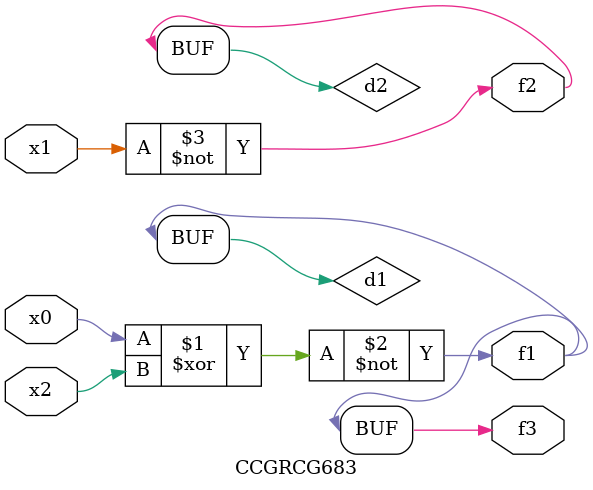
<source format=v>
module CCGRCG683(
	input x0, x1, x2,
	output f1, f2, f3
);

	wire d1, d2, d3;

	xnor (d1, x0, x2);
	nand (d2, x1);
	nor (d3, x1, x2);
	assign f1 = d1;
	assign f2 = d2;
	assign f3 = d1;
endmodule

</source>
